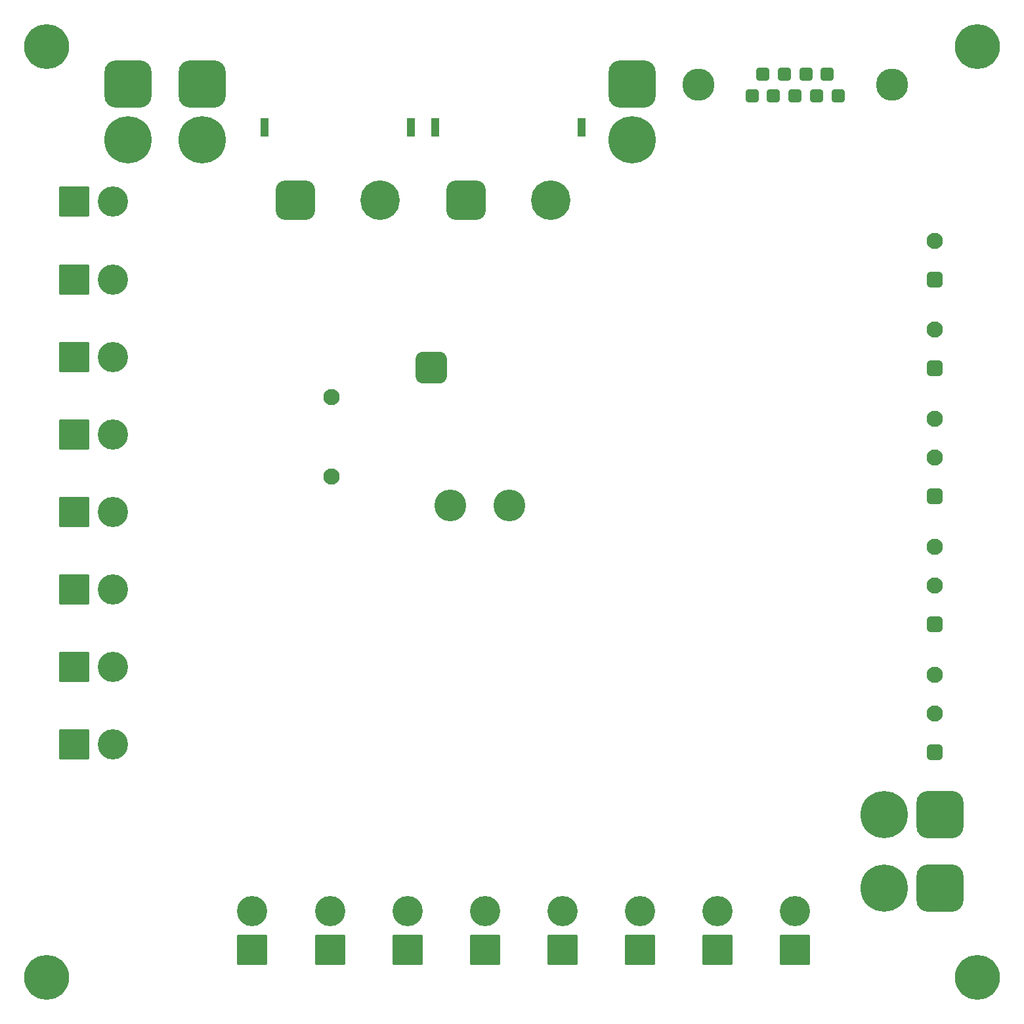
<source format=gbs>
%TF.GenerationSoftware,KiCad,Pcbnew,7.0.1-0*%
%TF.CreationDate,2023-03-21T21:14:35-05:00*%
%TF.ProjectId,actuation,61637475-6174-4696-9f6e-2e6b69636164,rev?*%
%TF.SameCoordinates,Original*%
%TF.FileFunction,Soldermask,Bot*%
%TF.FilePolarity,Negative*%
%FSLAX46Y46*%
G04 Gerber Fmt 4.6, Leading zero omitted, Abs format (unit mm)*
G04 Created by KiCad (PCBNEW 7.0.1-0) date 2023-03-21 21:14:35*
%MOMM*%
%LPD*%
G01*
G04 APERTURE LIST*
G04 Aperture macros list*
%AMRoundRect*
0 Rectangle with rounded corners*
0 $1 Rounding radius*
0 $2 $3 $4 $5 $6 $7 $8 $9 X,Y pos of 4 corners*
0 Add a 4 corners polygon primitive as box body*
4,1,4,$2,$3,$4,$5,$6,$7,$8,$9,$2,$3,0*
0 Add four circle primitives for the rounded corners*
1,1,$1+$1,$2,$3*
1,1,$1+$1,$4,$5*
1,1,$1+$1,$6,$7*
1,1,$1+$1,$8,$9*
0 Add four rect primitives between the rounded corners*
20,1,$1+$1,$2,$3,$4,$5,0*
20,1,$1+$1,$4,$5,$6,$7,0*
20,1,$1+$1,$6,$7,$8,$9,0*
20,1,$1+$1,$8,$9,$2,$3,0*%
G04 Aperture macros list end*
%ADD10C,3.900000*%
%ADD11RoundRect,0.050000X-1.900000X-1.900000X1.900000X-1.900000X1.900000X1.900000X-1.900000X1.900000X0*%
%ADD12RoundRect,0.050000X-0.500000X-1.100000X0.500000X-1.100000X0.500000X1.100000X-0.500000X1.100000X0*%
%ADD13C,5.100000*%
%ADD14RoundRect,1.300000X-1.250000X-1.250000X1.250000X-1.250000X1.250000X1.250000X-1.250000X1.250000X0*%
%ADD15RoundRect,1.550000X1.500000X1.500000X-1.500000X1.500000X-1.500000X-1.500000X1.500000X-1.500000X0*%
%ADD16C,6.100000*%
%ADD17C,5.800000*%
%ADD18RoundRect,0.050000X1.900000X-1.900000X1.900000X1.900000X-1.900000X1.900000X-1.900000X-1.900000X0*%
%ADD19RoundRect,1.550000X-1.500000X1.500000X-1.500000X-1.500000X1.500000X-1.500000X1.500000X1.500000X0*%
%ADD20RoundRect,0.550000X0.500000X-0.500000X0.500000X0.500000X-0.500000X0.500000X-0.500000X-0.500000X0*%
%ADD21C,2.100000*%
%ADD22RoundRect,1.050000X-1.000000X1.000000X-1.000000X-1.000000X1.000000X-1.000000X1.000000X1.000000X0*%
%ADD23C,4.100000*%
%ADD24RoundRect,0.458750X0.408750X0.408750X-0.408750X0.408750X-0.408750X-0.408750X0.408750X-0.408750X0*%
%ADD25C,4.150000*%
G04 APERTURE END LIST*
D10*
%TO.C,J7*%
X88500000Y-110000000D03*
D11*
X83500000Y-110000000D03*
%TD*%
D10*
%TO.C,J5*%
X88500000Y-90000000D03*
D11*
X83500000Y-90000000D03*
%TD*%
D10*
%TO.C,J9*%
X88500000Y-130000000D03*
D11*
X83500000Y-130000000D03*
%TD*%
D12*
%TO.C,J26*%
X148950000Y-50362500D03*
X130050000Y-50362500D03*
D13*
X144950000Y-59762500D03*
D14*
X134050000Y-59762500D03*
%TD*%
D15*
%TO.C,J24*%
X195200000Y-148500000D03*
D16*
X188000000Y-148500000D03*
%TD*%
D17*
%TO.C,REF\u002A\u002A*%
X200000000Y-40000000D03*
%TD*%
D10*
%TO.C,J12*%
X126500000Y-151500000D03*
D18*
X126500000Y-156500000D03*
%TD*%
D16*
%TO.C,J28*%
X90500000Y-52000000D03*
D19*
X90500000Y-44800000D03*
%TD*%
D20*
%TO.C,J18*%
X194500000Y-131000000D03*
D21*
X194500000Y-126000000D03*
X194500000Y-121000000D03*
%TD*%
D10*
%TO.C,J6*%
X88500000Y-100000000D03*
D11*
X83500000Y-100000000D03*
%TD*%
D10*
%TO.C,J14*%
X146500000Y-151500000D03*
D18*
X146500000Y-156500000D03*
%TD*%
D22*
%TO.C,K1*%
X129550000Y-81400000D03*
D21*
X116750000Y-85200000D03*
X116750000Y-95400000D03*
D23*
X132050000Y-99200000D03*
X139650000Y-99200000D03*
%TD*%
D10*
%TO.C,J3*%
X88500000Y-70000000D03*
D11*
X83500000Y-70000000D03*
%TD*%
D16*
%TO.C,J27*%
X155500000Y-52000000D03*
D19*
X155500000Y-44800000D03*
%TD*%
D17*
%TO.C,REF\u002A\u002A*%
X200000000Y-160000000D03*
%TD*%
D10*
%TO.C,J13*%
X136500000Y-151500000D03*
D18*
X136500000Y-156500000D03*
%TD*%
D12*
%TO.C,J23*%
X126950000Y-50362500D03*
X108050000Y-50362500D03*
D13*
X122950000Y-59762500D03*
D14*
X112050000Y-59762500D03*
%TD*%
D20*
%TO.C,J21*%
X194500000Y-81500000D03*
D21*
X194500000Y-76500000D03*
%TD*%
D10*
%TO.C,J11*%
X116500000Y-151500000D03*
D18*
X116500000Y-156500000D03*
%TD*%
D16*
%TO.C,J25*%
X188000000Y-139000000D03*
D15*
X195200000Y-139000000D03*
%TD*%
D10*
%TO.C,J16*%
X166500000Y-151500000D03*
D18*
X166500000Y-156500000D03*
%TD*%
D10*
%TO.C,J15*%
X156500000Y-151500000D03*
D18*
X156500000Y-156500000D03*
%TD*%
D20*
%TO.C,J22*%
X194500000Y-70000000D03*
D21*
X194500000Y-65000000D03*
%TD*%
D10*
%TO.C,J2*%
X88500000Y-60000000D03*
D11*
X83500000Y-60000000D03*
%TD*%
D20*
%TO.C,J19*%
X194500000Y-114500000D03*
D21*
X194500000Y-109500000D03*
X194500000Y-104500000D03*
%TD*%
D10*
%TO.C,J10*%
X106500000Y-151500000D03*
D18*
X106500000Y-156500000D03*
%TD*%
D10*
%TO.C,J4*%
X88500000Y-80000000D03*
D11*
X83500000Y-80000000D03*
%TD*%
D24*
%TO.C,J1*%
X170960000Y-46345500D03*
X173730000Y-46345500D03*
X176500000Y-46345500D03*
X179270000Y-46345500D03*
X182040000Y-46345500D03*
X172345000Y-43505500D03*
X175115000Y-43505500D03*
X177885000Y-43505500D03*
X180655000Y-43505500D03*
D25*
X164005000Y-44925500D03*
X188995000Y-44925500D03*
%TD*%
D10*
%TO.C,J17*%
X176500000Y-151500000D03*
D18*
X176500000Y-156500000D03*
%TD*%
D17*
%TO.C,REF\u002A\u002A*%
X80000000Y-160000000D03*
%TD*%
D16*
%TO.C,J29*%
X100000000Y-52000000D03*
D19*
X100000000Y-44800000D03*
%TD*%
D17*
%TO.C,REF\u002A\u002A*%
X80000000Y-40000000D03*
%TD*%
D20*
%TO.C,J20*%
X194500000Y-98000000D03*
D21*
X194500000Y-93000000D03*
X194500000Y-88000000D03*
%TD*%
D10*
%TO.C,J8*%
X88500000Y-120000000D03*
D11*
X83500000Y-120000000D03*
%TD*%
M02*

</source>
